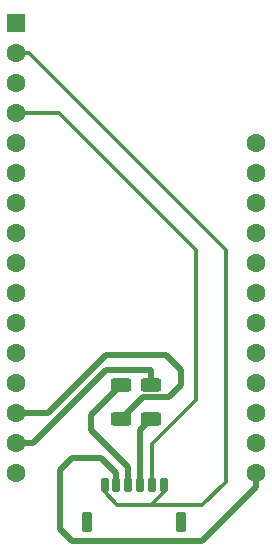
<source format=gbr>
%TF.GenerationSoftware,KiCad,Pcbnew,9.0.0*%
%TF.CreationDate,2025-05-18T10:55:16-04:00*%
%TF.ProjectId,R503toFeather,52353033-746f-4466-9561-746865722e6b,rev?*%
%TF.SameCoordinates,Original*%
%TF.FileFunction,Copper,L1,Top*%
%TF.FilePolarity,Positive*%
%FSLAX46Y46*%
G04 Gerber Fmt 4.6, Leading zero omitted, Abs format (unit mm)*
G04 Created by KiCad (PCBNEW 9.0.0) date 2025-05-18 10:55:16*
%MOMM*%
%LPD*%
G01*
G04 APERTURE LIST*
G04 Aperture macros list*
%AMRoundRect*
0 Rectangle with rounded corners*
0 $1 Rounding radius*
0 $2 $3 $4 $5 $6 $7 $8 $9 X,Y pos of 4 corners*
0 Add a 4 corners polygon primitive as box body*
4,1,4,$2,$3,$4,$5,$6,$7,$8,$9,$2,$3,0*
0 Add four circle primitives for the rounded corners*
1,1,$1+$1,$2,$3*
1,1,$1+$1,$4,$5*
1,1,$1+$1,$6,$7*
1,1,$1+$1,$8,$9*
0 Add four rect primitives between the rounded corners*
20,1,$1+$1,$2,$3,$4,$5,0*
20,1,$1+$1,$4,$5,$6,$7,0*
20,1,$1+$1,$6,$7,$8,$9,0*
20,1,$1+$1,$8,$9,$2,$3,0*%
G04 Aperture macros list end*
%TA.AperFunction,SMDPad,CuDef*%
%ADD10RoundRect,0.250000X-0.625000X0.312500X-0.625000X-0.312500X0.625000X-0.312500X0.625000X0.312500X0*%
%TD*%
%TA.AperFunction,SMDPad,CuDef*%
%ADD11RoundRect,0.250000X0.625000X-0.312500X0.625000X0.312500X-0.625000X0.312500X-0.625000X-0.312500X0*%
%TD*%
%TA.AperFunction,SMDPad,CuDef*%
%ADD12RoundRect,0.150000X-0.150000X-0.475000X0.150000X-0.475000X0.150000X0.475000X-0.150000X0.475000X0*%
%TD*%
%TA.AperFunction,SMDPad,CuDef*%
%ADD13RoundRect,0.225000X-0.225000X-0.625000X0.225000X-0.625000X0.225000X0.625000X-0.225000X0.625000X0*%
%TD*%
%TA.AperFunction,ComponentPad*%
%ADD14R,1.600000X1.600000*%
%TD*%
%TA.AperFunction,ComponentPad*%
%ADD15C,1.600000*%
%TD*%
%TA.AperFunction,Conductor*%
%ADD16C,0.300000*%
%TD*%
%TA.AperFunction,Conductor*%
%ADD17C,0.500000*%
%TD*%
G04 APERTURE END LIST*
D10*
%TO.P,R2,1*%
%TO.N,Net-(J1-TXD)*%
X24130000Y-50800000D03*
%TO.P,R2,2*%
%TO.N,Net-(A1-RX)*%
X24130000Y-53725000D03*
%TD*%
D11*
%TO.P,R1,1*%
%TO.N,Net-(J1-RXD)*%
X26670000Y-53725000D03*
%TO.P,R1,2*%
%TO.N,Net-(A1-TX)*%
X26670000Y-50800000D03*
%TD*%
D12*
%TO.P,J1,1,DC3.3*%
%TO.N,VCC*%
X22760000Y-59285000D03*
%TO.P,J1,2,GND*%
%TO.N,Net-(A1-SPARE)*%
X23760000Y-59285000D03*
%TO.P,J1,3,TXD*%
%TO.N,Net-(J1-TXD)*%
X24760000Y-59285000D03*
%TO.P,J1,4,RXD*%
%TO.N,Net-(J1-RXD)*%
X25760000Y-59285000D03*
%TO.P,J1,5,WAKEUP*%
%TO.N,GND*%
X26760000Y-59285000D03*
%TO.P,J1,6,VT3.3*%
%TO.N,VCC*%
X27760000Y-59285000D03*
D13*
%TO.P,J1,MP*%
%TO.N,N/C*%
X21310000Y-62410000D03*
X29210000Y-62410000D03*
%TD*%
D14*
%TO.P,A1,1,~{RESET}*%
%TO.N,unconnected-(A1-~{RESET}-Pad1)*%
X15255000Y-20130000D03*
D15*
%TO.P,A1,2,3V3*%
%TO.N,VCC*%
X15255000Y-22670000D03*
%TO.P,A1,3,AREF*%
%TO.N,unconnected-(A1-AREF-Pad3)*%
X15255000Y-25210000D03*
%TO.P,A1,4,GND*%
%TO.N,GND*%
X15255000Y-27750000D03*
%TO.P,A1,5,A0*%
%TO.N,unconnected-(A1-A0-Pad5)*%
X15255000Y-30290000D03*
%TO.P,A1,6,A1*%
%TO.N,unconnected-(A1-A1-Pad6)*%
X15255000Y-32830000D03*
%TO.P,A1,7,A2*%
%TO.N,unconnected-(A1-A2-Pad7)*%
X15255000Y-35370000D03*
%TO.P,A1,8,A3*%
%TO.N,unconnected-(A1-A3-Pad8)*%
X15255000Y-37910000D03*
%TO.P,A1,9,A4*%
%TO.N,unconnected-(A1-A4-Pad9)*%
X15255000Y-40450000D03*
%TO.P,A1,10,A5*%
%TO.N,unconnected-(A1-A5-Pad10)*%
X15255000Y-42990000D03*
%TO.P,A1,11,SCK*%
%TO.N,unconnected-(A1-SCK-Pad11)*%
X15255000Y-45530000D03*
%TO.P,A1,12,MOSI*%
%TO.N,unconnected-(A1-MOSI-Pad12)*%
X15255000Y-48070000D03*
%TO.P,A1,13,MISO*%
%TO.N,unconnected-(A1-MISO-Pad13)*%
X15255000Y-50610000D03*
%TO.P,A1,14,RX*%
%TO.N,Net-(A1-RX)*%
X15255000Y-53150000D03*
%TO.P,A1,15,TX*%
%TO.N,Net-(A1-TX)*%
X15255000Y-55690000D03*
%TO.P,A1,16,SPARE*%
%TO.N,N/C*%
X15255000Y-58230000D03*
%TO.P,A1,17,SDA*%
%TO.N,Net-(A1-SPARE)*%
X35575000Y-58230000D03*
%TO.P,A1,18,SCL*%
%TO.N,unconnected-(A1-SCL-Pad18)*%
X35575000Y-55690000D03*
%TO.P,A1,19,D0*%
%TO.N,unconnected-(A1-D0-Pad19)*%
X35575000Y-53150000D03*
%TO.P,A1,20,D1*%
%TO.N,unconnected-(A1-D1-Pad20)*%
X35575000Y-50610000D03*
%TO.P,A1,21,D2*%
%TO.N,unconnected-(A1-D2-Pad21)*%
X35575000Y-48070000D03*
%TO.P,A1,22,D3*%
%TO.N,unconnected-(A1-D3-Pad22)*%
X35575000Y-45530000D03*
%TO.P,A1,23,D4*%
%TO.N,unconnected-(A1-D4-Pad23)*%
X35575000Y-42990000D03*
%TO.P,A1,24,D5*%
%TO.N,unconnected-(A1-D5-Pad24)*%
X35575000Y-40450000D03*
%TO.P,A1,25,D6*%
%TO.N,unconnected-(A1-D6-Pad25)*%
X35575000Y-37910000D03*
%TO.P,A1,26,USB*%
%TO.N,unconnected-(A1-USB-Pad26)*%
X35575000Y-35370000D03*
%TO.P,A1,27,EN*%
%TO.N,unconnected-(A1-EN-Pad27)*%
X35575000Y-32830000D03*
%TO.P,A1,28,VBAT*%
%TO.N,unconnected-(A1-VBAT-Pad28)*%
X35575000Y-30290000D03*
%TD*%
D16*
%TO.N,VCC*%
X25400000Y-60960000D02*
X26710000Y-60960000D01*
X26710000Y-60960000D02*
X27760000Y-59910000D01*
X23810000Y-60960000D02*
X25400000Y-60960000D01*
X33000000Y-39350000D02*
X16320000Y-22670000D01*
X33000000Y-59000000D02*
X33000000Y-39350000D01*
X31000000Y-61000000D02*
X33000000Y-59000000D01*
X33020000Y-39370000D02*
X33000000Y-39350000D01*
X30960000Y-60960000D02*
X31000000Y-61000000D01*
X27760000Y-59910000D02*
X27760000Y-59285000D01*
X16320000Y-22670000D02*
X15255000Y-22670000D01*
X22760000Y-59285000D02*
X22760000Y-59910000D01*
X22760000Y-59910000D02*
X23810000Y-60960000D01*
X26710000Y-60960000D02*
X30960000Y-60960000D01*
%TO.N,GND*%
X30480000Y-39370000D02*
X18860000Y-27750000D01*
X30480000Y-52070000D02*
X30480000Y-39370000D01*
X26760000Y-55790000D02*
X30480000Y-52070000D01*
X18860000Y-27750000D02*
X15255000Y-27750000D01*
X26760000Y-59285000D02*
X26760000Y-55790000D01*
D17*
%TO.N,Net-(A1-RX)*%
X26042500Y-51812500D02*
X28197500Y-51812500D01*
X29210000Y-49530000D02*
X27940000Y-48260000D01*
X24130000Y-53725000D02*
X26042500Y-51812500D01*
X28197500Y-51812500D02*
X29210000Y-50800000D01*
X22860000Y-48260000D02*
X17970000Y-53150000D01*
X29210000Y-50800000D02*
X29210000Y-49530000D01*
X27940000Y-48260000D02*
X22860000Y-48260000D01*
X17970000Y-53150000D02*
X15255000Y-53150000D01*
%TO.N,Net-(A1-TX)*%
X26670000Y-50800000D02*
X26670000Y-49530000D01*
X22860000Y-49530000D02*
X16700000Y-55690000D01*
X26670000Y-49530000D02*
X22860000Y-49530000D01*
X16700000Y-55690000D02*
X15255000Y-55690000D01*
%TO.N,Net-(A1-SPARE)*%
X22500000Y-57000000D02*
X20000000Y-57000000D01*
X20000000Y-64000000D02*
X30981000Y-64000000D01*
X30981000Y-64000000D02*
X35575000Y-59406000D01*
X19000000Y-63000000D02*
X20000000Y-64000000D01*
X19000000Y-58000000D02*
X19000000Y-63000000D01*
X35575000Y-59406000D02*
X35575000Y-58230000D01*
X23760000Y-59285000D02*
X23760000Y-58260000D01*
X23760000Y-58260000D02*
X22500000Y-57000000D01*
X20000000Y-57000000D02*
X19000000Y-58000000D01*
%TO.N,Net-(J1-TXD)*%
X24760000Y-57780000D02*
X21590000Y-54610000D01*
X21590000Y-54610000D02*
X21590000Y-53340000D01*
X21590000Y-53340000D02*
X24130000Y-50800000D01*
X24760000Y-59285000D02*
X24760000Y-57780000D01*
%TO.N,Net-(J1-RXD)*%
X25760000Y-54635000D02*
X26670000Y-53725000D01*
X25760000Y-59285000D02*
X25760000Y-54635000D01*
%TD*%
M02*

</source>
